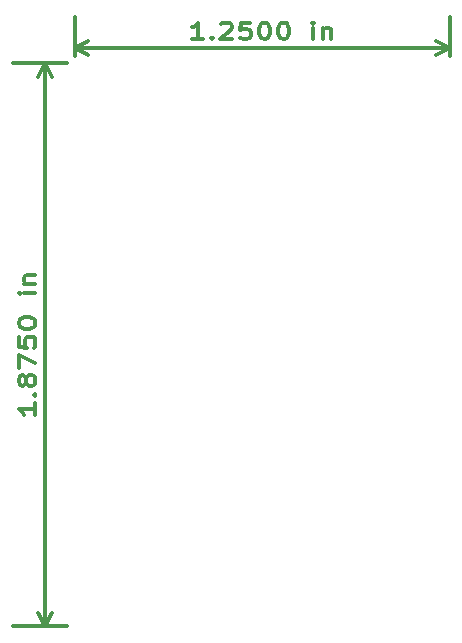
<source format=gbr>
G04 (created by PCBNEW (2013-07-07 BZR 4022)-stable) date 05/11/2014 12:09:03*
%MOIN*%
G04 Gerber Fmt 3.4, Leading zero omitted, Abs format*
%FSLAX34Y34*%
G01*
G70*
G90*
G04 APERTURE LIST*
%ADD10C,0.00590551*%
%ADD11C,0.011811*%
G04 APERTURE END LIST*
G54D10*
G54D11*
X62039Y-51441D02*
X61657Y-51441D01*
X61848Y-51441D02*
X61848Y-50890D01*
X61784Y-50969D01*
X61721Y-51021D01*
X61657Y-51047D01*
X62326Y-51389D02*
X62358Y-51415D01*
X62326Y-51441D01*
X62294Y-51415D01*
X62326Y-51389D01*
X62326Y-51441D01*
X62613Y-50942D02*
X62645Y-50916D01*
X62709Y-50890D01*
X62868Y-50890D01*
X62932Y-50916D01*
X62964Y-50942D01*
X62996Y-50995D01*
X62996Y-51047D01*
X62964Y-51126D01*
X62581Y-51441D01*
X62996Y-51441D01*
X63601Y-50890D02*
X63282Y-50890D01*
X63251Y-51152D01*
X63282Y-51126D01*
X63346Y-51100D01*
X63505Y-51100D01*
X63569Y-51126D01*
X63601Y-51152D01*
X63633Y-51205D01*
X63633Y-51336D01*
X63601Y-51389D01*
X63569Y-51415D01*
X63505Y-51441D01*
X63346Y-51441D01*
X63282Y-51415D01*
X63251Y-51389D01*
X64047Y-50890D02*
X64111Y-50890D01*
X64175Y-50916D01*
X64207Y-50942D01*
X64239Y-50995D01*
X64270Y-51100D01*
X64270Y-51231D01*
X64239Y-51336D01*
X64207Y-51389D01*
X64175Y-51415D01*
X64111Y-51441D01*
X64047Y-51441D01*
X63984Y-51415D01*
X63952Y-51389D01*
X63920Y-51336D01*
X63888Y-51231D01*
X63888Y-51100D01*
X63920Y-50995D01*
X63952Y-50942D01*
X63984Y-50916D01*
X64047Y-50890D01*
X64685Y-50890D02*
X64748Y-50890D01*
X64812Y-50916D01*
X64844Y-50942D01*
X64876Y-50995D01*
X64908Y-51100D01*
X64908Y-51231D01*
X64876Y-51336D01*
X64844Y-51389D01*
X64812Y-51415D01*
X64748Y-51441D01*
X64685Y-51441D01*
X64621Y-51415D01*
X64589Y-51389D01*
X64557Y-51336D01*
X64525Y-51231D01*
X64525Y-51100D01*
X64557Y-50995D01*
X64589Y-50942D01*
X64621Y-50916D01*
X64685Y-50890D01*
X65705Y-51441D02*
X65705Y-51074D01*
X65705Y-50890D02*
X65673Y-50916D01*
X65705Y-50942D01*
X65736Y-50916D01*
X65705Y-50890D01*
X65705Y-50942D01*
X66023Y-51074D02*
X66023Y-51441D01*
X66023Y-51126D02*
X66055Y-51100D01*
X66119Y-51074D01*
X66215Y-51074D01*
X66278Y-51100D01*
X66310Y-51152D01*
X66310Y-51441D01*
X57750Y-51750D02*
X70250Y-51750D01*
X57750Y-52000D02*
X57750Y-50687D01*
X70250Y-52000D02*
X70250Y-50687D01*
X70250Y-51750D02*
X69806Y-51980D01*
X70250Y-51750D02*
X69806Y-51519D01*
X57750Y-51750D02*
X58193Y-51980D01*
X57750Y-51750D02*
X58193Y-51519D01*
X56441Y-63585D02*
X56441Y-63967D01*
X56441Y-63776D02*
X55890Y-63776D01*
X55969Y-63840D01*
X56021Y-63903D01*
X56047Y-63967D01*
X56389Y-63298D02*
X56415Y-63266D01*
X56441Y-63298D01*
X56415Y-63330D01*
X56389Y-63298D01*
X56441Y-63298D01*
X56126Y-62883D02*
X56100Y-62947D01*
X56074Y-62979D01*
X56021Y-63011D01*
X55995Y-63011D01*
X55942Y-62979D01*
X55916Y-62947D01*
X55890Y-62883D01*
X55890Y-62756D01*
X55916Y-62692D01*
X55942Y-62660D01*
X55995Y-62628D01*
X56021Y-62628D01*
X56074Y-62660D01*
X56100Y-62692D01*
X56126Y-62756D01*
X56126Y-62883D01*
X56152Y-62947D01*
X56179Y-62979D01*
X56231Y-63011D01*
X56336Y-63011D01*
X56389Y-62979D01*
X56415Y-62947D01*
X56441Y-62883D01*
X56441Y-62756D01*
X56415Y-62692D01*
X56389Y-62660D01*
X56336Y-62628D01*
X56231Y-62628D01*
X56179Y-62660D01*
X56152Y-62692D01*
X56126Y-62756D01*
X55890Y-62405D02*
X55890Y-61959D01*
X56441Y-62246D01*
X55890Y-61385D02*
X55890Y-61704D01*
X56152Y-61736D01*
X56126Y-61704D01*
X56100Y-61640D01*
X56100Y-61481D01*
X56126Y-61417D01*
X56152Y-61385D01*
X56205Y-61354D01*
X56336Y-61354D01*
X56389Y-61385D01*
X56415Y-61417D01*
X56441Y-61481D01*
X56441Y-61640D01*
X56415Y-61704D01*
X56389Y-61736D01*
X55890Y-60939D02*
X55890Y-60876D01*
X55916Y-60812D01*
X55942Y-60780D01*
X55995Y-60748D01*
X56100Y-60716D01*
X56231Y-60716D01*
X56336Y-60748D01*
X56389Y-60780D01*
X56415Y-60812D01*
X56441Y-60876D01*
X56441Y-60939D01*
X56415Y-61003D01*
X56389Y-61035D01*
X56336Y-61067D01*
X56231Y-61099D01*
X56100Y-61099D01*
X55995Y-61067D01*
X55942Y-61035D01*
X55916Y-61003D01*
X55890Y-60939D01*
X56441Y-59919D02*
X56074Y-59919D01*
X55890Y-59919D02*
X55916Y-59951D01*
X55942Y-59919D01*
X55916Y-59888D01*
X55890Y-59919D01*
X55942Y-59919D01*
X56074Y-59601D02*
X56441Y-59601D01*
X56126Y-59601D02*
X56100Y-59569D01*
X56074Y-59505D01*
X56074Y-59409D01*
X56100Y-59346D01*
X56152Y-59314D01*
X56441Y-59314D01*
X56750Y-71000D02*
X56750Y-52250D01*
X57500Y-71000D02*
X55687Y-71000D01*
X57500Y-52250D02*
X55687Y-52250D01*
X56750Y-52250D02*
X56980Y-52693D01*
X56750Y-52250D02*
X56519Y-52693D01*
X56750Y-71000D02*
X56980Y-70556D01*
X56750Y-71000D02*
X56519Y-70556D01*
M02*

</source>
